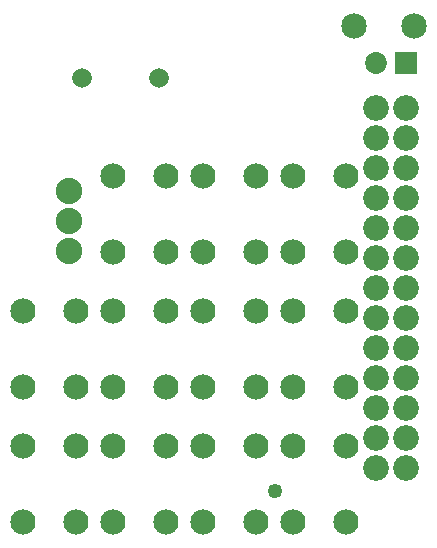
<source format=gbs>
G04 MADE WITH FRITZING*
G04 WWW.FRITZING.ORG*
G04 DOUBLE SIDED*
G04 HOLES PLATED*
G04 CONTOUR ON CENTER OF CONTOUR VECTOR*
%ASAXBY*%
%FSLAX23Y23*%
%MOIN*%
%OFA0B0*%
%SFA1.0B1.0*%
%ADD10C,0.065433*%
%ADD11C,0.049370*%
%ADD12C,0.072992*%
%ADD13C,0.085000*%
%ADD14C,0.088000*%
%ADD15C,0.085722*%
%ADD16C,0.085695*%
%ADD17C,0.084000*%
%ADD18R,0.072992X0.072992*%
%LNMASK0*%
G90*
G70*
G54D10*
X243Y1529D03*
X499Y1529D03*
G54D11*
X885Y154D03*
G54D12*
X1322Y1579D03*
X1224Y1579D03*
G54D13*
X1349Y1704D03*
X1149Y1704D03*
G54D14*
X199Y1154D03*
X199Y1054D03*
X199Y954D03*
G54D15*
X1324Y1429D03*
G54D16*
X1324Y1329D03*
X1324Y1229D03*
X1324Y1129D03*
X1324Y1029D03*
G54D15*
X1324Y929D03*
X1324Y829D03*
G54D16*
X1324Y729D03*
X1324Y629D03*
X1324Y529D03*
X1324Y429D03*
G54D15*
X1324Y329D03*
G54D16*
X1324Y229D03*
G54D15*
X1224Y1429D03*
X1224Y1330D03*
G54D16*
X1224Y1229D03*
X1224Y1129D03*
X1224Y1029D03*
G54D15*
X1224Y929D03*
G54D16*
X1224Y829D03*
X1224Y729D03*
X1224Y629D03*
X1224Y529D03*
X1224Y429D03*
G54D15*
X1224Y329D03*
G54D16*
X1224Y229D03*
G54D17*
X224Y754D03*
X224Y498D03*
X46Y754D03*
X46Y498D03*
X224Y304D03*
X224Y48D03*
X46Y304D03*
X46Y48D03*
X524Y304D03*
X524Y48D03*
X346Y304D03*
X346Y48D03*
X524Y754D03*
X524Y498D03*
X346Y754D03*
X346Y498D03*
X524Y1204D03*
X524Y948D03*
X346Y1204D03*
X346Y948D03*
X824Y304D03*
X824Y48D03*
X646Y304D03*
X646Y48D03*
X824Y754D03*
X824Y498D03*
X646Y754D03*
X646Y498D03*
X824Y1204D03*
X824Y948D03*
X646Y1204D03*
X646Y948D03*
X1124Y304D03*
X1124Y48D03*
X946Y304D03*
X946Y48D03*
X1124Y754D03*
X1124Y498D03*
X946Y754D03*
X946Y498D03*
X1124Y1204D03*
X1124Y948D03*
X946Y1204D03*
X946Y948D03*
G54D18*
X1322Y1579D03*
G04 End of Mask0*
M02*
</source>
